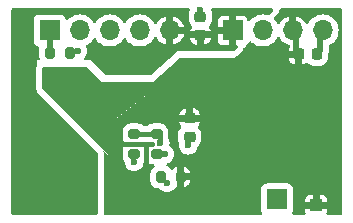
<source format=gbr>
%TF.GenerationSoftware,KiCad,Pcbnew,8.0.1*%
%TF.CreationDate,2025-01-27T15:49:21-05:00*%
%TF.ProjectId,PHY,5048592e-6b69-4636-9164-5f7063625858,rev?*%
%TF.SameCoordinates,Original*%
%TF.FileFunction,Copper,L2,Bot*%
%TF.FilePolarity,Positive*%
%FSLAX46Y46*%
G04 Gerber Fmt 4.6, Leading zero omitted, Abs format (unit mm)*
G04 Created by KiCad (PCBNEW 8.0.1) date 2025-01-27 15:49:21*
%MOMM*%
%LPD*%
G01*
G04 APERTURE LIST*
G04 Aperture macros list*
%AMRoundRect*
0 Rectangle with rounded corners*
0 $1 Rounding radius*
0 $2 $3 $4 $5 $6 $7 $8 $9 X,Y pos of 4 corners*
0 Add a 4 corners polygon primitive as box body*
4,1,4,$2,$3,$4,$5,$6,$7,$8,$9,$2,$3,0*
0 Add four circle primitives for the rounded corners*
1,1,$1+$1,$2,$3*
1,1,$1+$1,$4,$5*
1,1,$1+$1,$6,$7*
1,1,$1+$1,$8,$9*
0 Add four rect primitives between the rounded corners*
20,1,$1+$1,$2,$3,$4,$5,0*
20,1,$1+$1,$4,$5,$6,$7,0*
20,1,$1+$1,$6,$7,$8,$9,0*
20,1,$1+$1,$8,$9,$2,$3,0*%
G04 Aperture macros list end*
%TA.AperFunction,ComponentPad*%
%ADD10R,1.000000X1.000000*%
%TD*%
%TA.AperFunction,ComponentPad*%
%ADD11R,1.700000X1.700000*%
%TD*%
%TA.AperFunction,SMDPad,CuDef*%
%ADD12RoundRect,0.225000X0.225000X0.250000X-0.225000X0.250000X-0.225000X-0.250000X0.225000X-0.250000X0*%
%TD*%
%TA.AperFunction,SMDPad,CuDef*%
%ADD13RoundRect,0.225000X-0.250000X0.225000X-0.250000X-0.225000X0.250000X-0.225000X0.250000X0.225000X0*%
%TD*%
%TA.AperFunction,SMDPad,CuDef*%
%ADD14RoundRect,0.225000X0.250000X-0.225000X0.250000X0.225000X-0.250000X0.225000X-0.250000X-0.225000X0*%
%TD*%
%TA.AperFunction,ComponentPad*%
%ADD15O,1.700000X1.700000*%
%TD*%
%TA.AperFunction,SMDPad,CuDef*%
%ADD16RoundRect,0.200000X-0.275000X0.200000X-0.275000X-0.200000X0.275000X-0.200000X0.275000X0.200000X0*%
%TD*%
%TA.AperFunction,SMDPad,CuDef*%
%ADD17RoundRect,0.200000X-0.200000X-0.275000X0.200000X-0.275000X0.200000X0.275000X-0.200000X0.275000X0*%
%TD*%
%TA.AperFunction,ViaPad*%
%ADD18C,0.600000*%
%TD*%
%TA.AperFunction,Conductor*%
%ADD19C,0.400000*%
%TD*%
%TA.AperFunction,Conductor*%
%ADD20C,0.500000*%
%TD*%
%TA.AperFunction,Conductor*%
%ADD21C,0.200000*%
%TD*%
G04 APERTURE END LIST*
D10*
%TO.P,J3,1,Pin_1*%
%TO.N,GND1*%
X162400000Y-91600000D03*
%TD*%
D11*
%TO.P,J4,1,Pin_1*%
%TO.N,unconnected-(J4-Pin_1-Pad1)*%
X159100000Y-91100000D03*
%TD*%
D12*
%TO.P,C3,1*%
%TO.N,+5VA*%
X162475000Y-78800000D03*
%TO.P,C3,2*%
%TO.N,GND1*%
X160925000Y-78800000D03*
%TD*%
D13*
%TO.P,C2,1*%
%TO.N,+5V*%
X152600000Y-75625000D03*
%TO.P,C2,2*%
%TO.N,GND*%
X152600000Y-77175000D03*
%TD*%
D14*
%TO.P,C1,1*%
%TO.N,+5VA*%
X151700000Y-85800000D03*
%TO.P,C1,2*%
%TO.N,GND1*%
X151700000Y-84250000D03*
%TD*%
D11*
%TO.P,U3,1,Pin_1*%
%TO.N,GND*%
X155340000Y-76800000D03*
D15*
%TO.P,U3,2,Pin_2*%
%TO.N,+5V*%
X157880000Y-76800000D03*
%TO.P,U3,3,Pin_3*%
%TO.N,GND1*%
X160420000Y-76800000D03*
%TO.P,U3,4,Pin_4*%
%TO.N,+5VA*%
X162960000Y-76800000D03*
%TD*%
D11*
%TO.P,J2,1,Pin_1*%
%TO.N,+3.3V*%
X139840000Y-76800000D03*
D15*
%TO.P,J2,2,Pin_2*%
%TO.N,+5V*%
X142380000Y-76800000D03*
%TO.P,J2,3,Pin_3*%
%TO.N,/Tx*%
X144920000Y-76800000D03*
%TO.P,J2,4,Pin_4*%
%TO.N,/Rx*%
X147460000Y-76800000D03*
%TO.P,J2,5,Pin_5*%
%TO.N,GND*%
X150000000Y-76800000D03*
%TD*%
D16*
%TO.P,R4,2*%
%TO.N,Net-(U1A-+)*%
X147000000Y-87225000D03*
%TO.P,R4,1*%
%TO.N,+5VA*%
X147000000Y-85575000D03*
%TD*%
D17*
%TO.P,R3,1*%
%TO.N,+3.3V*%
X139875000Y-78700000D03*
%TO.P,R3,2*%
%TO.N,/Rx*%
X141525000Y-78700000D03*
%TD*%
%TO.P,R2,1*%
%TO.N,Net-(U1A--)*%
X149275000Y-89200000D03*
%TO.P,R2,2*%
%TO.N,GND1*%
X150925000Y-89200000D03*
%TD*%
D16*
%TO.P,R1,1*%
%TO.N,+5VA*%
X148900000Y-85575000D03*
%TO.P,R1,2*%
%TO.N,Net-(U1A--)*%
X148900000Y-87225000D03*
%TD*%
D18*
%TO.N,+5V*%
X152600000Y-75100000D03*
%TO.N,GND1*%
X142100000Y-81300000D03*
X148000000Y-90400000D03*
%TO.N,GND*%
X142100000Y-90800000D03*
X148200000Y-80100000D03*
%TO.N,GND1*%
X157209303Y-88516593D03*
%TO.N,+5VA*%
X151572850Y-86502067D03*
X149200935Y-86325038D03*
%TO.N,Net-(U1A-+)*%
X147000000Y-87900000D03*
%TO.N,Net-(U1A--)*%
X149592466Y-87285878D03*
X149800000Y-89700000D03*
%TO.N,/Rx*%
X142200000Y-78550000D03*
%TD*%
D19*
%TO.N,GND1*%
X148500000Y-86400000D02*
X148000000Y-86400000D01*
X148000000Y-86400000D02*
X148000000Y-88000000D01*
X145800000Y-86400000D02*
X148000000Y-86400000D01*
D20*
X160700000Y-77080000D02*
X160420000Y-76800000D01*
X160700000Y-78575000D02*
X160700000Y-77080000D01*
X160925000Y-78800000D02*
X160700000Y-78575000D01*
%TO.N,+5VA*%
X162700000Y-77060000D02*
X162960000Y-76800000D01*
X162700000Y-78575000D02*
X162700000Y-77060000D01*
X162475000Y-78800000D02*
X162700000Y-78575000D01*
D21*
%TO.N,+5V*%
X152600000Y-75100000D02*
X152600000Y-75625000D01*
D19*
%TO.N,+5VA*%
X148900000Y-85575000D02*
X147000000Y-85575000D01*
X151572850Y-86502067D02*
X151572850Y-85802150D01*
X149200935Y-85875935D02*
X148900000Y-85575000D01*
X149200935Y-86325038D02*
X149200935Y-85875935D01*
D21*
%TO.N,Net-(U1A--)*%
X148960878Y-87285878D02*
X148900000Y-87225000D01*
X149592466Y-87285878D02*
X148960878Y-87285878D01*
%TO.N,Net-(U1A-+)*%
X147000000Y-87225000D02*
X147000000Y-87900000D01*
%TO.N,Net-(U1A--)*%
X149300000Y-89200000D02*
X149800000Y-89700000D01*
X149275000Y-89200000D02*
X149300000Y-89200000D01*
%TO.N,/Rx*%
X142050000Y-78700000D02*
X142200000Y-78550000D01*
X141525000Y-78700000D02*
X142050000Y-78700000D01*
D20*
%TO.N,+3.3V*%
X139840000Y-78665000D02*
X139875000Y-78700000D01*
X139840000Y-76800000D02*
X139840000Y-78665000D01*
%TD*%
%TA.AperFunction,Conductor*%
%TO.N,GND1*%
G36*
X148150519Y-86295185D02*
G01*
X148171073Y-86311731D01*
X148171573Y-86312230D01*
X148205120Y-86373520D01*
X148200205Y-86443216D01*
X148171662Y-86487680D01*
X148069528Y-86589814D01*
X148056116Y-86612001D01*
X148004588Y-86659188D01*
X147935729Y-86671026D01*
X147871400Y-86643757D01*
X147843884Y-86612001D01*
X147838488Y-86603075D01*
X147830472Y-86589815D01*
X147830471Y-86589814D01*
X147830468Y-86589810D01*
X147728338Y-86487680D01*
X147694853Y-86426357D01*
X147699837Y-86356665D01*
X147728511Y-86312145D01*
X147728763Y-86311893D01*
X147729014Y-86311644D01*
X147790404Y-86278281D01*
X147816520Y-86275500D01*
X148083480Y-86275500D01*
X148150519Y-86295185D01*
G37*
%TD.AperFunction*%
%TA.AperFunction,Conductor*%
G36*
X164542539Y-74920185D02*
G01*
X164588294Y-74972989D01*
X164599500Y-75024500D01*
X164599500Y-92275500D01*
X164579815Y-92342539D01*
X164527011Y-92388294D01*
X164475500Y-92399500D01*
X163398677Y-92399500D01*
X163331638Y-92379815D01*
X163285883Y-92327011D01*
X163275939Y-92257853D01*
X163283253Y-92234784D01*
X163282150Y-92234426D01*
X163285166Y-92225144D01*
X163300000Y-92131486D01*
X163300000Y-91900000D01*
X162530383Y-91900000D01*
X162599554Y-91860064D01*
X162660064Y-91799554D01*
X162702851Y-91725445D01*
X162725000Y-91642787D01*
X162725000Y-91557213D01*
X162702851Y-91474555D01*
X162660064Y-91400446D01*
X162599554Y-91339936D01*
X162525445Y-91297149D01*
X162442787Y-91275000D01*
X162357213Y-91275000D01*
X162274555Y-91297149D01*
X162200446Y-91339936D01*
X162139936Y-91400446D01*
X162097149Y-91474555D01*
X162075000Y-91557213D01*
X162075000Y-91642787D01*
X162097149Y-91725445D01*
X162139936Y-91799554D01*
X162200446Y-91860064D01*
X162269617Y-91900000D01*
X161500001Y-91900000D01*
X161500001Y-92131479D01*
X161514835Y-92225149D01*
X161517852Y-92234434D01*
X161514848Y-92235409D01*
X161524704Y-92287865D01*
X161498433Y-92352607D01*
X161441330Y-92392869D01*
X161401322Y-92399500D01*
X160486432Y-92399500D01*
X160419393Y-92379815D01*
X160373638Y-92327011D01*
X160363694Y-92257853D01*
X160387165Y-92201190D01*
X160390679Y-92196494D01*
X160393796Y-92192331D01*
X160444091Y-92057483D01*
X160450500Y-91997873D01*
X160450500Y-91300000D01*
X161500000Y-91300000D01*
X162100000Y-91300000D01*
X162100000Y-90700000D01*
X162700000Y-90700000D01*
X162700000Y-91300000D01*
X163299999Y-91300000D01*
X163299999Y-91068520D01*
X163285164Y-90974850D01*
X163285162Y-90974844D01*
X163227643Y-90861958D01*
X163227636Y-90861949D01*
X163138050Y-90772363D01*
X163138046Y-90772360D01*
X163025144Y-90714833D01*
X162931486Y-90700000D01*
X162700000Y-90700000D01*
X162100000Y-90700000D01*
X161868520Y-90700000D01*
X161774849Y-90714835D01*
X161774844Y-90714837D01*
X161661958Y-90772356D01*
X161661949Y-90772363D01*
X161572363Y-90861949D01*
X161572360Y-90861953D01*
X161514833Y-90974855D01*
X161500000Y-91068513D01*
X161500000Y-91300000D01*
X160450500Y-91300000D01*
X160450499Y-90202128D01*
X160444091Y-90142517D01*
X160413148Y-90059555D01*
X160393797Y-90007671D01*
X160393793Y-90007664D01*
X160307547Y-89892455D01*
X160307544Y-89892452D01*
X160192335Y-89806206D01*
X160192328Y-89806202D01*
X160057482Y-89755908D01*
X160057483Y-89755908D01*
X159997883Y-89749501D01*
X159997881Y-89749500D01*
X159997873Y-89749500D01*
X159997864Y-89749500D01*
X158202129Y-89749500D01*
X158202123Y-89749501D01*
X158142516Y-89755908D01*
X158007671Y-89806202D01*
X158007664Y-89806206D01*
X157892455Y-89892452D01*
X157892452Y-89892455D01*
X157806206Y-90007664D01*
X157806202Y-90007671D01*
X157755908Y-90142517D01*
X157750246Y-90195185D01*
X157749501Y-90202123D01*
X157749500Y-90202135D01*
X157749500Y-91997870D01*
X157749501Y-91997876D01*
X157755908Y-92057483D01*
X157806202Y-92192328D01*
X157806206Y-92192334D01*
X157812835Y-92201190D01*
X157837252Y-92266654D01*
X157822400Y-92334927D01*
X157772995Y-92384332D01*
X157713568Y-92399500D01*
X144529500Y-92399500D01*
X144462461Y-92379815D01*
X144416706Y-92327011D01*
X144405500Y-92275500D01*
X144405500Y-87481613D01*
X146024500Y-87481613D01*
X146030913Y-87552192D01*
X146081522Y-87714606D01*
X146169529Y-87860187D01*
X146171709Y-87862969D01*
X146172750Y-87865514D01*
X146173409Y-87866604D01*
X146173238Y-87866707D01*
X146197313Y-87925552D01*
X146214630Y-88079250D01*
X146214631Y-88079254D01*
X146274211Y-88249523D01*
X146331341Y-88340444D01*
X146370184Y-88402262D01*
X146497738Y-88529816D01*
X146586118Y-88585349D01*
X146645106Y-88622414D01*
X146650478Y-88625789D01*
X146677925Y-88635393D01*
X146820745Y-88685368D01*
X146820750Y-88685369D01*
X146999996Y-88705565D01*
X147000000Y-88705565D01*
X147000004Y-88705565D01*
X147179249Y-88685369D01*
X147179252Y-88685368D01*
X147179255Y-88685368D01*
X147349522Y-88625789D01*
X147502262Y-88529816D01*
X147629816Y-88402262D01*
X147725789Y-88249522D01*
X147785368Y-88079255D01*
X147786271Y-88071246D01*
X147802686Y-87925553D01*
X147826762Y-87866708D01*
X147826591Y-87866605D01*
X147827254Y-87865507D01*
X147828296Y-87862962D01*
X147830464Y-87860192D01*
X147830472Y-87860185D01*
X147843883Y-87837999D01*
X147895410Y-87790812D01*
X147964269Y-87778973D01*
X148028598Y-87806241D01*
X148056117Y-87838000D01*
X148069528Y-87860185D01*
X148069531Y-87860189D01*
X148189811Y-87980469D01*
X148189813Y-87980470D01*
X148189815Y-87980472D01*
X148335394Y-88068478D01*
X148497804Y-88119086D01*
X148568384Y-88125500D01*
X148568387Y-88125500D01*
X148598677Y-88125500D01*
X148665716Y-88145185D01*
X148711471Y-88197989D01*
X148721415Y-88267147D01*
X148692390Y-88330703D01*
X148662828Y-88355616D01*
X148639814Y-88369528D01*
X148639810Y-88369531D01*
X148519530Y-88489811D01*
X148431522Y-88635393D01*
X148380913Y-88797807D01*
X148374500Y-88868386D01*
X148374500Y-89531613D01*
X148380913Y-89602192D01*
X148431522Y-89764606D01*
X148519530Y-89910188D01*
X148639811Y-90030469D01*
X148639813Y-90030470D01*
X148639815Y-90030472D01*
X148785394Y-90118478D01*
X148947804Y-90169086D01*
X149018384Y-90175500D01*
X149092060Y-90175500D01*
X149159099Y-90195185D01*
X149179741Y-90211819D01*
X149297738Y-90329816D01*
X149450478Y-90425789D01*
X149620745Y-90485368D01*
X149620750Y-90485369D01*
X149799996Y-90505565D01*
X149800000Y-90505565D01*
X149800004Y-90505565D01*
X149979249Y-90485369D01*
X149979252Y-90485368D01*
X149979255Y-90485368D01*
X150149522Y-90425789D01*
X150302262Y-90329816D01*
X150429816Y-90202262D01*
X150480901Y-90120959D01*
X150533234Y-90074670D01*
X150602077Y-90063994D01*
X150624998Y-90067011D01*
X150625000Y-90067010D01*
X150625000Y-89500000D01*
X151225000Y-89500000D01*
X151225000Y-90067010D01*
X151225001Y-90067011D01*
X151281627Y-90059557D01*
X151281633Y-90059555D01*
X151427585Y-89999100D01*
X151552924Y-89902924D01*
X151649100Y-89777586D01*
X151709554Y-89631634D01*
X151709555Y-89631630D01*
X151724999Y-89514330D01*
X151725000Y-89514316D01*
X151725000Y-89500000D01*
X151225000Y-89500000D01*
X150625000Y-89500000D01*
X150625000Y-88332987D01*
X151225000Y-88332987D01*
X151225000Y-88900000D01*
X151724999Y-88900000D01*
X151724999Y-88885675D01*
X151709557Y-88768371D01*
X151709555Y-88768366D01*
X151649100Y-88622414D01*
X151552924Y-88497075D01*
X151427586Y-88400899D01*
X151281631Y-88340444D01*
X151225000Y-88332987D01*
X150625000Y-88332987D01*
X150568368Y-88340444D01*
X150422413Y-88400899D01*
X150297073Y-88497077D01*
X150260955Y-88544147D01*
X150204527Y-88585349D01*
X150134781Y-88589504D01*
X150073861Y-88555291D01*
X150056465Y-88532813D01*
X150030472Y-88489815D01*
X150030470Y-88489813D01*
X150030469Y-88489811D01*
X149910188Y-88369530D01*
X149910185Y-88369528D01*
X149772207Y-88286117D01*
X149725020Y-88234590D01*
X149713182Y-88165730D01*
X149740451Y-88101402D01*
X149795404Y-88062959D01*
X149810475Y-88057685D01*
X149941988Y-88011667D01*
X150094728Y-87915694D01*
X150222282Y-87788140D01*
X150318255Y-87635400D01*
X150377834Y-87465133D01*
X150395580Y-87307632D01*
X150398031Y-87285881D01*
X150398031Y-87285874D01*
X150377835Y-87106628D01*
X150377834Y-87106623D01*
X150370569Y-87085861D01*
X150318255Y-86936356D01*
X150293922Y-86897631D01*
X150264992Y-86851589D01*
X150222282Y-86783616D01*
X150094728Y-86656062D01*
X150043473Y-86623856D01*
X149997183Y-86571522D01*
X149986226Y-86504980D01*
X150006500Y-86325041D01*
X150006500Y-86325034D01*
X149986304Y-86145788D01*
X149986301Y-86145775D01*
X149960954Y-86073337D01*
X150724500Y-86073337D01*
X150724501Y-86073355D01*
X150734650Y-86172707D01*
X150734651Y-86172711D01*
X150778135Y-86303936D01*
X150783649Y-86356823D01*
X150767285Y-86502063D01*
X150767285Y-86502070D01*
X150787480Y-86681316D01*
X150787481Y-86681321D01*
X150847061Y-86851590D01*
X150920448Y-86968384D01*
X150943034Y-87004329D01*
X151070588Y-87131883D01*
X151223328Y-87227856D01*
X151389134Y-87285874D01*
X151393595Y-87287435D01*
X151393600Y-87287436D01*
X151572846Y-87307632D01*
X151572850Y-87307632D01*
X151572854Y-87307632D01*
X151752099Y-87287436D01*
X151752102Y-87287435D01*
X151752105Y-87287435D01*
X151922372Y-87227856D01*
X152075112Y-87131883D01*
X152202666Y-87004329D01*
X152298639Y-86851589D01*
X152358218Y-86681322D01*
X152358359Y-86680068D01*
X152358676Y-86679313D01*
X152359767Y-86674535D01*
X152360603Y-86674725D01*
X152385423Y-86615654D01*
X152398060Y-86603198D01*
X152397937Y-86603075D01*
X152429490Y-86571522D01*
X152522968Y-86478044D01*
X152612003Y-86333697D01*
X152665349Y-86172708D01*
X152675500Y-86073345D01*
X152675499Y-85526656D01*
X152665349Y-85427292D01*
X152612003Y-85266303D01*
X152611999Y-85266297D01*
X152611998Y-85266294D01*
X152522970Y-85121959D01*
X152522967Y-85121955D01*
X152442628Y-85041616D01*
X152409143Y-84980293D01*
X152414127Y-84910601D01*
X152442632Y-84866250D01*
X152447770Y-84861111D01*
X152447775Y-84861106D01*
X152528155Y-84725188D01*
X152528156Y-84725185D01*
X152572210Y-84573552D01*
X152572211Y-84573545D01*
X152574064Y-84550000D01*
X150825936Y-84550000D01*
X150827788Y-84573545D01*
X150827789Y-84573552D01*
X150871843Y-84725185D01*
X150871844Y-84725188D01*
X150952226Y-84861108D01*
X150952232Y-84861116D01*
X150957370Y-84866254D01*
X150990855Y-84927577D01*
X150985871Y-84997269D01*
X150957371Y-85041615D01*
X150877032Y-85121955D01*
X150877029Y-85121959D01*
X150788001Y-85266294D01*
X150787996Y-85266305D01*
X150734651Y-85427290D01*
X150724500Y-85526647D01*
X150724500Y-86073337D01*
X149960954Y-86073337D01*
X149926725Y-85975517D01*
X149920441Y-85965516D01*
X149901435Y-85899545D01*
X149901435Y-85806939D01*
X149877883Y-85688538D01*
X149875500Y-85664346D01*
X149875500Y-85318386D01*
X149869086Y-85247807D01*
X149869086Y-85247804D01*
X149818478Y-85085394D01*
X149730472Y-84939815D01*
X149730470Y-84939813D01*
X149730469Y-84939811D01*
X149610188Y-84819530D01*
X149464606Y-84731522D01*
X149444269Y-84725185D01*
X149302196Y-84680914D01*
X149302194Y-84680913D01*
X149302192Y-84680913D01*
X149252778Y-84676423D01*
X149231616Y-84674500D01*
X148568384Y-84674500D01*
X148549145Y-84676248D01*
X148497807Y-84680913D01*
X148335393Y-84731522D01*
X148189811Y-84819530D01*
X148189810Y-84819531D01*
X148171161Y-84838181D01*
X148109838Y-84871666D01*
X148083480Y-84874500D01*
X147816520Y-84874500D01*
X147749481Y-84854815D01*
X147728839Y-84838181D01*
X147710188Y-84819530D01*
X147564606Y-84731522D01*
X147544269Y-84725185D01*
X147402196Y-84680914D01*
X147402194Y-84680913D01*
X147402192Y-84680913D01*
X147352778Y-84676423D01*
X147331616Y-84674500D01*
X146668384Y-84674500D01*
X146649145Y-84676248D01*
X146597807Y-84680913D01*
X146435393Y-84731522D01*
X146289811Y-84819530D01*
X146169530Y-84939811D01*
X146081522Y-85085393D01*
X146030913Y-85247807D01*
X146024500Y-85318386D01*
X146024500Y-85831613D01*
X146030913Y-85902192D01*
X146030913Y-85902194D01*
X146030914Y-85902196D01*
X146081522Y-86064606D01*
X146130598Y-86145788D01*
X146169530Y-86210188D01*
X146271661Y-86312319D01*
X146305146Y-86373642D01*
X146300162Y-86443334D01*
X146271661Y-86487681D01*
X146169531Y-86589810D01*
X146169530Y-86589811D01*
X146081522Y-86735393D01*
X146030913Y-86897807D01*
X146024500Y-86968386D01*
X146024500Y-87481613D01*
X144405500Y-87481613D01*
X144405500Y-87166243D01*
X144402602Y-87112195D01*
X144402602Y-87112194D01*
X144399770Y-87085861D01*
X144399769Y-87085848D01*
X144399766Y-87085833D01*
X144399765Y-87085820D01*
X144391114Y-87032438D01*
X144391114Y-87032436D01*
X144355277Y-86936356D01*
X144340832Y-86897627D01*
X144307347Y-86836304D01*
X144307345Y-86836301D01*
X144221129Y-86721129D01*
X144900000Y-87400000D01*
X144900000Y-84700000D01*
X145864286Y-83950000D01*
X150825936Y-83950000D01*
X151400000Y-83950000D01*
X151400000Y-83400000D01*
X152000000Y-83400000D01*
X152000000Y-83950000D01*
X152574064Y-83950000D01*
X152572211Y-83926454D01*
X152572210Y-83926447D01*
X152528156Y-83774814D01*
X152528155Y-83774811D01*
X152447773Y-83638891D01*
X152447767Y-83638883D01*
X152336116Y-83527232D01*
X152336108Y-83527226D01*
X152200188Y-83446844D01*
X152200185Y-83446843D01*
X152048553Y-83402789D01*
X152048547Y-83402788D01*
X152013118Y-83400000D01*
X152000000Y-83400000D01*
X151400000Y-83400000D01*
X151386881Y-83400000D01*
X151351452Y-83402788D01*
X151351446Y-83402789D01*
X151199814Y-83446843D01*
X151199811Y-83446844D01*
X151063891Y-83527226D01*
X151063883Y-83527232D01*
X150952232Y-83638883D01*
X150952226Y-83638891D01*
X150871844Y-83774811D01*
X150871843Y-83774814D01*
X150827789Y-83926447D01*
X150827788Y-83926454D01*
X150825936Y-83950000D01*
X145864286Y-83950000D01*
X149400000Y-81200000D01*
X148593443Y-81200000D01*
X150021312Y-79900000D01*
X150864513Y-79132308D01*
X150927337Y-79101733D01*
X150947993Y-79100000D01*
X155499999Y-79100000D01*
X155500000Y-79100000D01*
X160075000Y-79100000D01*
X160075000Y-79113118D01*
X160077788Y-79148547D01*
X160077789Y-79148553D01*
X160121843Y-79300185D01*
X160121844Y-79300188D01*
X160202226Y-79436108D01*
X160202232Y-79436116D01*
X160313883Y-79547767D01*
X160313891Y-79547773D01*
X160449811Y-79628155D01*
X160449814Y-79628156D01*
X160601447Y-79672210D01*
X160601454Y-79672211D01*
X160625000Y-79674064D01*
X160625000Y-79100000D01*
X160075000Y-79100000D01*
X155500000Y-79100000D01*
X155592064Y-79001658D01*
X155636347Y-78971351D01*
X155729469Y-78933941D01*
X155789936Y-78898933D01*
X155902922Y-78809859D01*
X156095069Y-78607858D01*
X156103012Y-78599313D01*
X156106880Y-78595054D01*
X156114705Y-78586234D01*
X156192492Y-78465194D01*
X156221317Y-78402074D01*
X156221517Y-78401642D01*
X156224551Y-78391309D01*
X156244163Y-78324512D01*
X156272613Y-78274708D01*
X156457117Y-78077624D01*
X156473309Y-78063119D01*
X156547546Y-78007546D01*
X156633796Y-77892331D01*
X156633796Y-77892329D01*
X156639112Y-77885229D01*
X156639638Y-77885622D01*
X156649049Y-77872606D01*
X156751809Y-77762840D01*
X156811993Y-77727355D01*
X156881811Y-77730040D01*
X156930010Y-77759906D01*
X157008599Y-77838495D01*
X157057315Y-77872606D01*
X157202165Y-77974032D01*
X157202167Y-77974033D01*
X157202170Y-77974035D01*
X157416337Y-78073903D01*
X157644592Y-78135063D01*
X157832918Y-78151539D01*
X157879999Y-78155659D01*
X157880000Y-78155659D01*
X157880001Y-78155659D01*
X157919234Y-78152226D01*
X158115408Y-78135063D01*
X158343663Y-78073903D01*
X158557830Y-77974035D01*
X158751401Y-77838495D01*
X158918495Y-77671401D01*
X159054035Y-77477830D01*
X159093064Y-77394130D01*
X159139233Y-77341695D01*
X159206427Y-77322543D01*
X159273308Y-77342758D01*
X159317825Y-77394133D01*
X159333330Y-77427382D01*
X159333332Y-77427386D01*
X159458787Y-77606554D01*
X159613445Y-77761212D01*
X159792612Y-77886666D01*
X159990840Y-77979101D01*
X159990849Y-77979105D01*
X160109848Y-78010990D01*
X160169508Y-78047354D01*
X160200038Y-78110201D01*
X160191744Y-78179577D01*
X160184488Y-78193885D01*
X160121843Y-78299813D01*
X160121843Y-78299814D01*
X160077789Y-78451446D01*
X160077788Y-78451452D01*
X160075000Y-78486881D01*
X160075000Y-78500000D01*
X161101000Y-78500000D01*
X161168039Y-78519685D01*
X161213794Y-78572489D01*
X161225000Y-78624000D01*
X161225000Y-79674063D01*
X161248545Y-79672211D01*
X161248552Y-79672210D01*
X161400185Y-79628156D01*
X161400188Y-79628155D01*
X161536106Y-79547775D01*
X161536111Y-79547770D01*
X161541250Y-79542632D01*
X161602571Y-79509144D01*
X161672263Y-79514125D01*
X161716616Y-79542628D01*
X161796955Y-79622967D01*
X161796959Y-79622970D01*
X161941294Y-79711998D01*
X161941297Y-79711999D01*
X161941303Y-79712003D01*
X162102292Y-79765349D01*
X162201655Y-79775500D01*
X162748344Y-79775499D01*
X162748352Y-79775498D01*
X162748355Y-79775498D01*
X162802760Y-79769940D01*
X162847708Y-79765349D01*
X163008697Y-79712003D01*
X163153044Y-79622968D01*
X163272968Y-79503044D01*
X163362003Y-79358697D01*
X163415349Y-79197708D01*
X163425500Y-79098345D01*
X163425499Y-78786812D01*
X163427882Y-78762620D01*
X163430330Y-78750317D01*
X163450500Y-78648918D01*
X163450500Y-78140384D01*
X163470185Y-78073345D01*
X163522095Y-78028002D01*
X163637830Y-77974035D01*
X163831401Y-77838495D01*
X163998495Y-77671401D01*
X164134035Y-77477830D01*
X164233903Y-77263663D01*
X164295063Y-77035408D01*
X164315659Y-76800000D01*
X164295063Y-76564592D01*
X164233903Y-76336337D01*
X164134035Y-76122171D01*
X164059511Y-76015738D01*
X163998494Y-75928597D01*
X163831402Y-75761506D01*
X163831395Y-75761501D01*
X163637834Y-75625967D01*
X163637830Y-75625965D01*
X163626957Y-75620895D01*
X163423663Y-75526097D01*
X163423659Y-75526096D01*
X163423655Y-75526094D01*
X163195413Y-75464938D01*
X163195403Y-75464936D01*
X162960001Y-75444341D01*
X162959999Y-75444341D01*
X162724596Y-75464936D01*
X162724586Y-75464938D01*
X162496344Y-75526094D01*
X162496335Y-75526098D01*
X162282171Y-75625964D01*
X162282169Y-75625965D01*
X162088597Y-75761505D01*
X161921505Y-75928597D01*
X161785966Y-76122168D01*
X161746936Y-76205867D01*
X161700763Y-76258306D01*
X161633569Y-76277457D01*
X161566688Y-76257241D01*
X161522171Y-76205864D01*
X161506665Y-76172611D01*
X161506664Y-76172608D01*
X161381216Y-75993450D01*
X161381211Y-75993444D01*
X161226554Y-75838787D01*
X161047387Y-75713333D01*
X160849159Y-75620898D01*
X160849153Y-75620895D01*
X160720000Y-75586289D01*
X160720000Y-76395855D01*
X160612993Y-76334075D01*
X160485826Y-76300000D01*
X160354174Y-76300000D01*
X160227007Y-76334075D01*
X160120000Y-76395855D01*
X160120000Y-75586289D01*
X160119999Y-75586289D01*
X159990846Y-75620895D01*
X159990840Y-75620898D01*
X159792612Y-75713333D01*
X159792608Y-75713335D01*
X159613450Y-75838783D01*
X159613444Y-75838788D01*
X159458788Y-75993444D01*
X159458783Y-75993450D01*
X159333335Y-76172608D01*
X159333333Y-76172612D01*
X159317827Y-76205866D01*
X159271654Y-76258305D01*
X159204461Y-76277457D01*
X159137580Y-76257241D01*
X159093063Y-76205866D01*
X159054035Y-76122171D01*
X159054034Y-76122169D01*
X158918494Y-75928597D01*
X158863144Y-75873247D01*
X158829659Y-75811924D01*
X158834643Y-75742232D01*
X158860978Y-75700105D01*
X159090931Y-75458362D01*
X159098914Y-75449772D01*
X159102782Y-75445512D01*
X159110568Y-75436735D01*
X159188355Y-75315695D01*
X159217202Y-75252528D01*
X159217377Y-75252148D01*
X159217380Y-75252139D01*
X159217382Y-75252136D01*
X159257916Y-75114083D01*
X159257915Y-75114080D01*
X159260414Y-75105573D01*
X159263096Y-75106360D01*
X159286170Y-75055815D01*
X159289333Y-75052302D01*
X159394697Y-74939754D01*
X159454884Y-74904268D01*
X159485219Y-74900500D01*
X164475500Y-74900500D01*
X164542539Y-74920185D01*
G37*
%TD.AperFunction*%
%TD*%
%TA.AperFunction,Conductor*%
%TO.N,GND*%
G36*
X151650550Y-74920185D02*
G01*
X151696305Y-74972989D01*
X151706249Y-75042147D01*
X151690839Y-75084656D01*
X151691051Y-75084755D01*
X151689940Y-75087135D01*
X151689048Y-75089599D01*
X151688000Y-75091296D01*
X151687996Y-75091305D01*
X151634651Y-75252290D01*
X151624500Y-75351647D01*
X151624500Y-75898337D01*
X151624501Y-75898355D01*
X151634650Y-75997707D01*
X151634651Y-75997710D01*
X151687996Y-76158694D01*
X151688001Y-76158705D01*
X151777029Y-76303040D01*
X151777032Y-76303044D01*
X151857371Y-76383383D01*
X151890856Y-76444706D01*
X151885872Y-76514398D01*
X151857375Y-76558741D01*
X151852233Y-76563883D01*
X151852224Y-76563894D01*
X151771844Y-76699811D01*
X151771843Y-76699814D01*
X151727789Y-76851447D01*
X151727788Y-76851454D01*
X151725936Y-76875000D01*
X153474064Y-76875000D01*
X153472211Y-76851454D01*
X153472210Y-76851447D01*
X153428156Y-76699814D01*
X153428155Y-76699811D01*
X153347773Y-76563891D01*
X153347768Y-76563885D01*
X153342632Y-76558749D01*
X153309144Y-76497428D01*
X153314125Y-76427736D01*
X153342624Y-76383387D01*
X153422968Y-76303044D01*
X153512003Y-76158697D01*
X153565349Y-75997708D01*
X153575500Y-75898345D01*
X153575499Y-75351656D01*
X153565349Y-75252292D01*
X153512003Y-75091303D01*
X153510952Y-75089599D01*
X153510588Y-75088271D01*
X153508949Y-75084755D01*
X153509549Y-75084474D01*
X153492510Y-75022207D01*
X153513431Y-74955543D01*
X153567072Y-74910772D01*
X153616489Y-74900500D01*
X158634823Y-74900500D01*
X158701862Y-74920185D01*
X158747617Y-74972989D01*
X158757561Y-75042147D01*
X158728536Y-75105703D01*
X158724668Y-75109963D01*
X158382620Y-75469550D01*
X158322153Y-75504557D01*
X158260682Y-75503862D01*
X158115413Y-75464938D01*
X158115403Y-75464936D01*
X157880001Y-75444341D01*
X157879999Y-75444341D01*
X157644596Y-75464936D01*
X157644586Y-75464938D01*
X157416344Y-75526094D01*
X157416335Y-75526098D01*
X157202171Y-75625964D01*
X157202169Y-75625965D01*
X157008597Y-75761505D01*
X156841504Y-75928598D01*
X156813732Y-75968261D01*
X156759155Y-76011886D01*
X156689656Y-76019078D01*
X156627302Y-75987555D01*
X156591889Y-75927325D01*
X156589684Y-75916533D01*
X156575164Y-75824850D01*
X156575162Y-75824844D01*
X156517643Y-75711958D01*
X156517636Y-75711949D01*
X156428050Y-75622363D01*
X156428046Y-75622360D01*
X156315144Y-75564833D01*
X156221486Y-75550000D01*
X155640000Y-75550000D01*
X155640000Y-76395855D01*
X155532993Y-76334075D01*
X155405826Y-76300000D01*
X155274174Y-76300000D01*
X155147007Y-76334075D01*
X155040000Y-76395855D01*
X155040000Y-75550000D01*
X154458520Y-75550000D01*
X154364850Y-75564835D01*
X154364844Y-75564837D01*
X154251958Y-75622356D01*
X154251949Y-75622363D01*
X154162363Y-75711949D01*
X154162360Y-75711953D01*
X154104833Y-75824855D01*
X154090000Y-75918513D01*
X154090000Y-76500000D01*
X154935856Y-76500000D01*
X154874075Y-76607007D01*
X154840000Y-76734174D01*
X154840000Y-76865826D01*
X154874075Y-76992993D01*
X154935856Y-77100000D01*
X154090001Y-77100000D01*
X154090001Y-77681479D01*
X154104835Y-77775149D01*
X154104837Y-77775155D01*
X154162356Y-77888041D01*
X154162363Y-77888050D01*
X154251949Y-77977636D01*
X154251953Y-77977639D01*
X154364855Y-78035166D01*
X154458514Y-78049999D01*
X155039999Y-78049999D01*
X155040000Y-78049998D01*
X155040000Y-77204144D01*
X155147007Y-77265925D01*
X155274174Y-77300000D01*
X155405826Y-77300000D01*
X155532993Y-77265925D01*
X155640000Y-77204144D01*
X155640000Y-78049999D01*
X155640432Y-78050431D01*
X155705999Y-78069684D01*
X155751754Y-78122488D01*
X155761698Y-78191646D01*
X155732673Y-78255202D01*
X155728805Y-78259461D01*
X155536658Y-78461462D01*
X155476191Y-78496470D01*
X155446813Y-78500000D01*
X150699999Y-78500000D01*
X148435516Y-80567572D01*
X148372736Y-80598238D01*
X148351907Y-80600000D01*
X144651362Y-80600000D01*
X144584323Y-80580315D01*
X144563681Y-80563681D01*
X143300000Y-79300000D01*
X142881440Y-79300000D01*
X142814401Y-79280315D01*
X142768646Y-79227511D01*
X142758702Y-79158353D01*
X142787727Y-79094797D01*
X142793759Y-79088319D01*
X142829816Y-79052262D01*
X142925789Y-78899522D01*
X142985368Y-78729255D01*
X143005565Y-78550000D01*
X142999931Y-78500000D01*
X142985369Y-78370750D01*
X142985368Y-78370745D01*
X142925789Y-78200478D01*
X142920425Y-78191941D01*
X142901423Y-78124708D01*
X142921788Y-78057872D01*
X142973009Y-78013587D01*
X143057830Y-77974035D01*
X143251401Y-77838495D01*
X143418495Y-77671401D01*
X143548425Y-77485842D01*
X143603002Y-77442217D01*
X143672500Y-77435023D01*
X143734855Y-77466546D01*
X143751575Y-77485842D01*
X143881500Y-77671395D01*
X143881505Y-77671401D01*
X144048599Y-77838495D01*
X144133248Y-77897767D01*
X144242165Y-77974032D01*
X144242167Y-77974033D01*
X144242170Y-77974035D01*
X144456337Y-78073903D01*
X144684592Y-78135063D01*
X144861034Y-78150500D01*
X144919999Y-78155659D01*
X144920000Y-78155659D01*
X144920001Y-78155659D01*
X144978966Y-78150500D01*
X145155408Y-78135063D01*
X145383663Y-78073903D01*
X145597830Y-77974035D01*
X145791401Y-77838495D01*
X145958495Y-77671401D01*
X146088425Y-77485842D01*
X146143002Y-77442217D01*
X146212500Y-77435023D01*
X146274855Y-77466546D01*
X146291575Y-77485842D01*
X146421500Y-77671395D01*
X146421505Y-77671401D01*
X146588599Y-77838495D01*
X146673248Y-77897767D01*
X146782165Y-77974032D01*
X146782167Y-77974033D01*
X146782170Y-77974035D01*
X146996337Y-78073903D01*
X147224592Y-78135063D01*
X147401034Y-78150500D01*
X147459999Y-78155659D01*
X147460000Y-78155659D01*
X147460001Y-78155659D01*
X147518966Y-78150500D01*
X147695408Y-78135063D01*
X147923663Y-78073903D01*
X148137830Y-77974035D01*
X148331401Y-77838495D01*
X148498495Y-77671401D01*
X148634035Y-77477830D01*
X148673064Y-77394130D01*
X148719233Y-77341695D01*
X148786427Y-77322543D01*
X148853308Y-77342758D01*
X148897825Y-77394133D01*
X148913330Y-77427382D01*
X148913332Y-77427386D01*
X149038787Y-77606554D01*
X149193445Y-77761212D01*
X149372612Y-77886666D01*
X149570840Y-77979101D01*
X149570851Y-77979106D01*
X149699999Y-78013710D01*
X149700000Y-78013709D01*
X149700000Y-77204144D01*
X149807007Y-77265925D01*
X149934174Y-77300000D01*
X150065826Y-77300000D01*
X150192993Y-77265925D01*
X150300000Y-77204144D01*
X150300000Y-78013710D01*
X150429148Y-77979106D01*
X150429159Y-77979101D01*
X150627387Y-77886666D01*
X150806554Y-77761212D01*
X150961212Y-77606554D01*
X151053327Y-77475000D01*
X151725936Y-77475000D01*
X151727788Y-77498545D01*
X151727789Y-77498552D01*
X151771843Y-77650185D01*
X151771844Y-77650188D01*
X151852226Y-77786108D01*
X151852232Y-77786116D01*
X151963883Y-77897767D01*
X151963891Y-77897773D01*
X152099811Y-77978155D01*
X152099814Y-77978156D01*
X152251446Y-78022210D01*
X152251452Y-78022211D01*
X152286881Y-78024999D01*
X152286894Y-78025000D01*
X152300000Y-78025000D01*
X152300000Y-77475000D01*
X152900000Y-77475000D01*
X152900000Y-78025000D01*
X152913106Y-78025000D01*
X152913118Y-78024999D01*
X152948547Y-78022211D01*
X152948553Y-78022210D01*
X153100185Y-77978156D01*
X153100188Y-77978155D01*
X153236108Y-77897773D01*
X153236116Y-77897767D01*
X153347767Y-77786116D01*
X153347773Y-77786108D01*
X153428155Y-77650188D01*
X153428156Y-77650185D01*
X153472210Y-77498552D01*
X153472211Y-77498545D01*
X153474064Y-77475000D01*
X152900000Y-77475000D01*
X152300000Y-77475000D01*
X151725936Y-77475000D01*
X151053327Y-77475000D01*
X151086666Y-77427387D01*
X151179101Y-77229159D01*
X151179104Y-77229153D01*
X151213711Y-77100000D01*
X150404144Y-77100000D01*
X150465925Y-76992993D01*
X150500000Y-76865826D01*
X150500000Y-76734174D01*
X150465925Y-76607007D01*
X150404144Y-76500000D01*
X151213711Y-76500000D01*
X151213710Y-76499999D01*
X151179104Y-76370846D01*
X151179101Y-76370840D01*
X151086666Y-76172612D01*
X151086664Y-76172608D01*
X150961216Y-75993450D01*
X150961211Y-75993444D01*
X150806554Y-75838787D01*
X150627387Y-75713333D01*
X150429159Y-75620898D01*
X150429153Y-75620895D01*
X150300000Y-75586289D01*
X150300000Y-76395855D01*
X150192993Y-76334075D01*
X150065826Y-76300000D01*
X149934174Y-76300000D01*
X149807007Y-76334075D01*
X149700000Y-76395855D01*
X149700000Y-75586289D01*
X149699999Y-75586289D01*
X149570846Y-75620895D01*
X149570840Y-75620898D01*
X149372612Y-75713333D01*
X149372608Y-75713335D01*
X149193450Y-75838783D01*
X149193444Y-75838788D01*
X149038788Y-75993444D01*
X149038783Y-75993450D01*
X148913335Y-76172608D01*
X148913333Y-76172612D01*
X148897827Y-76205866D01*
X148851654Y-76258305D01*
X148784461Y-76277457D01*
X148717580Y-76257241D01*
X148673063Y-76205866D01*
X148634035Y-76122171D01*
X148634034Y-76122169D01*
X148498494Y-75928597D01*
X148331402Y-75761506D01*
X148331395Y-75761501D01*
X148137834Y-75625967D01*
X148137830Y-75625965D01*
X148137828Y-75625964D01*
X147923663Y-75526097D01*
X147923659Y-75526096D01*
X147923655Y-75526094D01*
X147695413Y-75464938D01*
X147695403Y-75464936D01*
X147460001Y-75444341D01*
X147459999Y-75444341D01*
X147224596Y-75464936D01*
X147224586Y-75464938D01*
X146996344Y-75526094D01*
X146996335Y-75526098D01*
X146782171Y-75625964D01*
X146782169Y-75625965D01*
X146588597Y-75761505D01*
X146421505Y-75928597D01*
X146291575Y-76114158D01*
X146236998Y-76157783D01*
X146167500Y-76164977D01*
X146105145Y-76133454D01*
X146088425Y-76114158D01*
X145958494Y-75928597D01*
X145791402Y-75761506D01*
X145791395Y-75761501D01*
X145597834Y-75625967D01*
X145597830Y-75625965D01*
X145597828Y-75625964D01*
X145383663Y-75526097D01*
X145383659Y-75526096D01*
X145383655Y-75526094D01*
X145155413Y-75464938D01*
X145155403Y-75464936D01*
X144920001Y-75444341D01*
X144919999Y-75444341D01*
X144684596Y-75464936D01*
X144684586Y-75464938D01*
X144456344Y-75526094D01*
X144456335Y-75526098D01*
X144242171Y-75625964D01*
X144242169Y-75625965D01*
X144048597Y-75761505D01*
X143881505Y-75928597D01*
X143751575Y-76114158D01*
X143696998Y-76157783D01*
X143627500Y-76164977D01*
X143565145Y-76133454D01*
X143548425Y-76114158D01*
X143418494Y-75928597D01*
X143251402Y-75761506D01*
X143251395Y-75761501D01*
X143057834Y-75625967D01*
X143057830Y-75625965D01*
X143057828Y-75625964D01*
X142843663Y-75526097D01*
X142843659Y-75526096D01*
X142843655Y-75526094D01*
X142615413Y-75464938D01*
X142615403Y-75464936D01*
X142380001Y-75444341D01*
X142379999Y-75444341D01*
X142144596Y-75464936D01*
X142144586Y-75464938D01*
X141916344Y-75526094D01*
X141916335Y-75526098D01*
X141702171Y-75625964D01*
X141702169Y-75625965D01*
X141508600Y-75761503D01*
X141386673Y-75883430D01*
X141325350Y-75916914D01*
X141255658Y-75911930D01*
X141199725Y-75870058D01*
X141182810Y-75839081D01*
X141133797Y-75707671D01*
X141133793Y-75707664D01*
X141047547Y-75592455D01*
X141047544Y-75592452D01*
X140932335Y-75506206D01*
X140932328Y-75506202D01*
X140797482Y-75455908D01*
X140797483Y-75455908D01*
X140737883Y-75449501D01*
X140737881Y-75449500D01*
X140737873Y-75449500D01*
X140737864Y-75449500D01*
X138942129Y-75449500D01*
X138942123Y-75449501D01*
X138882516Y-75455908D01*
X138747671Y-75506202D01*
X138747664Y-75506206D01*
X138632455Y-75592452D01*
X138632452Y-75592455D01*
X138546206Y-75707664D01*
X138546202Y-75707671D01*
X138495908Y-75842517D01*
X138489501Y-75902116D01*
X138489500Y-75902135D01*
X138489500Y-77697870D01*
X138489501Y-77697876D01*
X138495908Y-77757483D01*
X138546202Y-77892328D01*
X138546206Y-77892335D01*
X138632452Y-78007544D01*
X138632455Y-78007547D01*
X138747664Y-78093793D01*
X138747671Y-78093797D01*
X138800927Y-78113660D01*
X138882517Y-78144091D01*
X138882527Y-78144092D01*
X138889331Y-78145700D01*
X138950050Y-78180270D01*
X138982439Y-78242178D01*
X138979899Y-78290906D01*
X138982195Y-78291363D01*
X138980914Y-78297803D01*
X138974500Y-78368386D01*
X138974500Y-79031613D01*
X138980914Y-79102196D01*
X138992417Y-79139112D01*
X138993567Y-79208972D01*
X138956765Y-79268364D01*
X138893696Y-79298431D01*
X138874031Y-79300000D01*
X138800000Y-79300000D01*
X138800000Y-79644498D01*
X138788794Y-79696010D01*
X138734664Y-79814534D01*
X138714976Y-79881582D01*
X138694500Y-80024001D01*
X138694500Y-81648640D01*
X138697397Y-81702688D01*
X138697397Y-81702689D01*
X138700229Y-81729022D01*
X138700232Y-81729049D01*
X138708885Y-81782445D01*
X138708885Y-81782447D01*
X138759166Y-81917252D01*
X138759168Y-81917257D01*
X138792653Y-81978580D01*
X138878877Y-82093761D01*
X138878881Y-82093765D01*
X138878886Y-82093771D01*
X143863681Y-87078565D01*
X143897166Y-87139888D01*
X143900000Y-87166246D01*
X143900000Y-92275500D01*
X143880315Y-92342539D01*
X143827511Y-92388294D01*
X143776000Y-92399500D01*
X136724500Y-92399500D01*
X136657461Y-92379815D01*
X136611706Y-92327011D01*
X136600500Y-92275500D01*
X136600500Y-75024500D01*
X136620185Y-74957461D01*
X136672989Y-74911706D01*
X136724500Y-74900500D01*
X151583511Y-74900500D01*
X151650550Y-74920185D01*
G37*
%TD.AperFunction*%
%TD*%
%TA.AperFunction,Conductor*%
%TO.N,GND1*%
G36*
X143015677Y-79919685D02*
G01*
X143036319Y-79936319D01*
X144300000Y-81200000D01*
X149400000Y-81200000D01*
X144900000Y-84700000D01*
X144900000Y-87400000D01*
X139236319Y-81736319D01*
X139202834Y-81674996D01*
X139200000Y-81648638D01*
X139200000Y-80024000D01*
X139219685Y-79956961D01*
X139272489Y-79911206D01*
X139324000Y-79900000D01*
X142948638Y-79900000D01*
X143015677Y-79919685D01*
G37*
%TD.AperFunction*%
%TD*%
M02*

</source>
